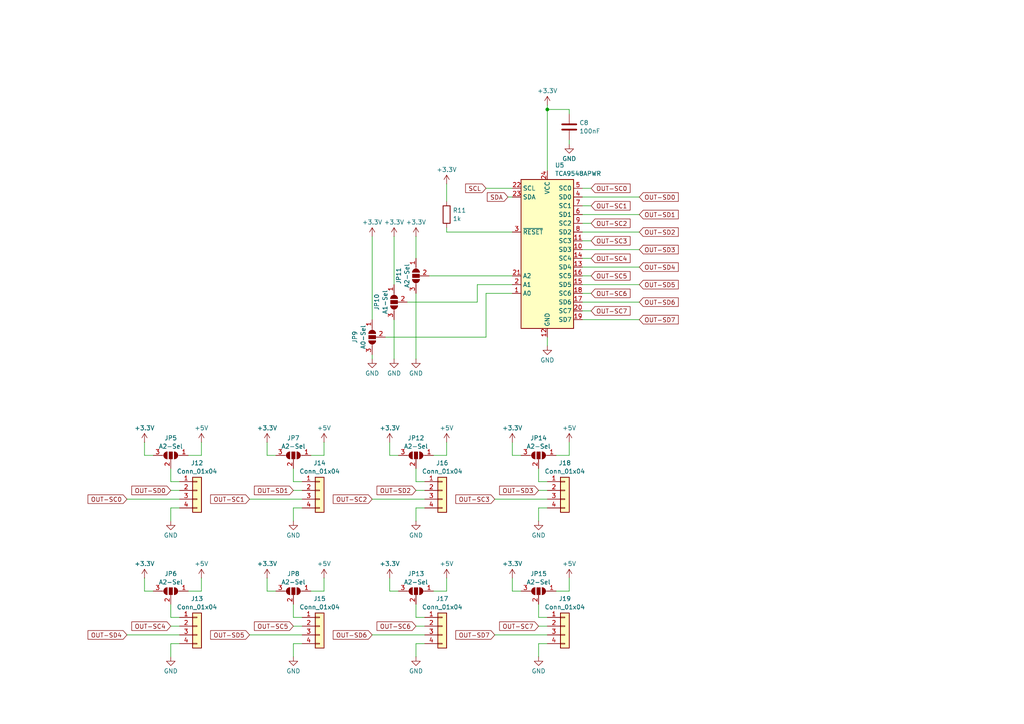
<source format=kicad_sch>
(kicad_sch (version 20231120) (generator "eeschema") (generator_version "8.0")
  (paper "A4")
  (lib_symbols
    (symbol "Connector_Generic:Conn_01x04" (pin_names (offset 1.016) hide)
      (property "Reference" "J" (at 0 5.08 0))
      (property "Value" "Conn_01x04" (at 0 -7.62 0))
      (symbol "Conn_01x04_1_1"
        (rectangle (start -1.27 -4.953) (end 0 -5.207) (stroke (width 0.1524)))
        (rectangle (start -1.27 -2.413) (end 0 -2.667) (stroke (width 0.1524)))
        (rectangle (start -1.27 0.127) (end 0 -0.127) (stroke (width 0.1524)))
        (rectangle (start -1.27 2.667) (end 0 2.413) (stroke (width 0.1524)))
        (rectangle (start -1.27 3.81) (end 1.27 -6.35) (stroke (width 0.254)) (fill (type background)))
        (pin passive line (at -5.08 2.54 0) (length 3.81) (name "Pin_1") (number "1"))
        (pin passive line (at -5.08 0 0) (length 3.81) (name "Pin_2") (number "2"))
        (pin passive line (at -5.08 -2.54 0) (length 3.81) (name "Pin_3") (number "3"))
        (pin passive line (at -5.08 -5.08 0) (length 3.81) (name "Pin_4") (number "4"))
      )
    )
    (symbol "Device:C" (pin_numbers hide) (pin_names (offset 0.254))
      (property "Reference" "C" (at 0.635 2.54 0))
      (property "Value" "C" (at 0.635 -2.54 0))
      (symbol "C_0_1"
        (polyline (pts (xy -2.032 -0.762) (xy 2.032 -0.762)) (stroke (width 0.508)))
        (polyline (pts (xy -2.032 0.762) (xy 2.032 0.762)) (stroke (width 0.508)))
      )
      (symbol "C_1_1"
        (pin passive line (at 0 3.81 270) (length 2.794) (name "~") (number "1"))
        (pin passive line (at 0 -3.81 90) (length 2.794) (name "~") (number "2"))
      )
    )
    (symbol "Device:R" (pin_numbers hide) (pin_names (offset 0))
      (property "Reference" "R" (at 2.032 0 90))
      (property "Value" "R" (at 0 0 90))
      (symbol "R_0_1"
        (rectangle (start -1.016 -2.54) (end 1.016 2.54) (stroke (width 0.254)))
      )
      (symbol "R_1_1"
        (pin passive line (at 0 3.81 270) (length 1.27) (name "~") (number "1"))
        (pin passive line (at 0 -3.81 90) (length 1.27) (name "~") (number "2"))
      )
    )
    (symbol "Interface_Expansion:TCA9548APWR"
      (property "Reference" "U" (at -7.62 21.59 0))
      (property "Value" "TCA9548APWR" (at 1.016 21.59 0))
      (symbol "TCA9548APWR_0_1"
        (rectangle (start -7.62 20.32) (end 7.62 -22.86) (stroke (width 0.254)) (fill (type background)))
      )
      (symbol "TCA9548APWR_1_1"
        (pin input line (at -10.16 -12.7 0) (length 2.54) (name "A0") (number "1"))
        (pin bidirectional line (at 10.16 0 180) (length 2.54) (name "SD3") (number "10"))
        (pin output line (at 10.16 2.54 180) (length 2.54) (name "SC3") (number "11"))
        (pin power_in line (at 0 -25.4 90) (length 2.54) (name "GND") (number "12"))
        (pin bidirectional line (at 10.16 -5.08 180) (length 2.54) (name "SD4") (number "13"))
        (pin output line (at 10.16 -2.54 180) (length 2.54) (name "SC4") (number "14"))
        (pin bidirectional line (at 10.16 -10.16 180) (length 2.54) (name "SD5") (number "15"))
        (pin output line (at 10.16 -7.62 180) (length 2.54) (name "SC5") (number "16"))
        (pin bidirectional line (at 10.16 -15.24 180) (length 2.54) (name "SD6") (number "17"))
        (pin output line (at 10.16 -12.7 180) (length 2.54) (name "SC6") (number "18"))
        (pin bidirectional line (at 10.16 -20.32 180) (length 2.54) (name "SD7") (number "19"))
        (pin input line (at -10.16 -10.16 0) (length 2.54) (name "A1") (number "2"))
        (pin output line (at 10.16 -17.78 180) (length 2.54) (name "SC7") (number "20"))
        (pin input line (at -10.16 -7.62 0) (length 2.54) (name "A2") (number "21"))
        (pin input line (at -10.16 17.78 0) (length 2.54) (name "SCL") (number "22"))
        (pin bidirectional line (at -10.16 15.24 0) (length 2.54) (name "SDA") (number "23"))
        (pin power_in line (at 0 22.86 270) (length 2.54) (name "VCC") (number "24"))
        (pin input line (at -10.16 5.08 0) (length 2.54) (name "~{RESET}") (number "3"))
        (pin bidirectional line (at 10.16 15.24 180) (length 2.54) (name "SD0") (number "4"))
        (pin output line (at 10.16 17.78 180) (length 2.54) (name "SC0") (number "5"))
        (pin bidirectional line (at 10.16 10.16 180) (length 2.54) (name "SD1") (number "6"))
        (pin output line (at 10.16 12.7 180) (length 2.54) (name "SC1") (number "7"))
        (pin bidirectional line (at 10.16 5.08 180) (length 2.54) (name "SD2") (number "8"))
        (pin output line (at 10.16 7.62 180) (length 2.54) (name "SC2") (number "9"))
      )
    )
    (symbol "Jumper:SolderJumper_3_Open" (pin_names (offset 0) hide) (exclude_from_sim yes) (in_bom no)
      (property "Reference" "JP" (at -2.54 -2.54 0))
      (property "Value" "SolderJumper_3_Open" (at 0 2.794 0))
      (symbol "SolderJumper_3_Open_0_1"
        (arc (start -1.016 1.016) (mid -2.0276 0) (end -1.016 -1.016))
        (arc (start -1.016 1.016) (mid -2.0276 0) (end -1.016 -1.016) (fill (type outline)))
        (rectangle (start -0.508 1.016) (end 0.508 -1.016) (fill (type outline)))
        (polyline (pts (xy -2.54 0) (xy -2.032 0)))
        (polyline (pts (xy -1.016 1.016) (xy -1.016 -1.016)))
        (polyline (pts (xy 0 -1.27) (xy 0 -1.016)))
        (polyline (pts (xy 1.016 1.016) (xy 1.016 -1.016)))
        (polyline (pts (xy 2.54 0) (xy 2.032 0)))
        (arc (start 1.016 -1.016) (mid 2.0276 0) (end 1.016 1.016))
        (arc (start 1.016 -1.016) (mid 2.0276 0) (end 1.016 1.016) (fill (type outline)))
      )
      (symbol "SolderJumper_3_Open_1_1"
        (pin passive line (at -5.08 0 0) (length 2.54) (name "A") (number "1"))
        (pin passive line (at 0 -3.81 90) (length 2.54) (name "C") (number "2"))
        (pin passive line (at 5.08 0 180) (length 2.54) (name "B") (number "3"))
      )
    )
    (symbol "power:+3.3V" (power) (pin_numbers hide) (pin_names (offset 0) hide)
      (property "Value" "+3.3V" (at 0 3.556 0))
      (symbol "+3.3V_0_1"
        (polyline (pts (xy -0.762 1.27) (xy 0 2.54)))
        (polyline (pts (xy 0 0) (xy 0 2.54)))
        (polyline (pts (xy 0 2.54) (xy 0.762 1.27)))
      )
      (symbol "+3.3V_1_1"
        (pin power_in line (at 0 0 90) (length 0) (name "~") (number "1"))
      )
    )
    (symbol "power:+5V" (power) (pin_numbers hide) (pin_names (offset 0) hide)
      (property "Value" "+5V" (at 0 3.556 0))
      (symbol "+5V_0_1"
        (polyline (pts (xy -0.762 1.27) (xy 0 2.54)))
        (polyline (pts (xy 0 0) (xy 0 2.54)))
        (polyline (pts (xy 0 2.54) (xy 0.762 1.27)))
      )
      (symbol "+5V_1_1"
        (pin power_in line (at 0 0 90) (length 0) (name "~") (number "1"))
      )
    )
    (symbol "power:GND" (power) (pin_numbers hide) (pin_names (offset 0) hide)
      (property "Value" "GND" (at 0 -3.81 0))
      (symbol "GND_0_1"
        (polyline (pts (xy 0 0) (xy 0 -1.27) (xy 1.27 -1.27) (xy 0 -2.54) (xy -1.27 -1.27) (xy 0 -1.27)))
      )
      (symbol "GND_1_1"
        (pin power_in line (at 0 0 270) (length 0) (name "~") (number "1"))
      )
    )
  )
  (junction (at 158.75 31.75))
  (wire (pts (xy 158.75 97.79) (xy 158.75 100.33)))
  (wire (pts (xy 129.54 132.08) (xy 129.54 128.27)))
  (wire (pts (xy 140.97 54.61) (xy 148.59 54.61)))
  (wire (pts (xy 58.42 132.08) (xy 58.42 128.27)))
  (wire (pts (xy 140.97 97.79) (xy 111.76 97.79)))
  (wire (pts (xy 165.1 171.45) (xy 165.1 167.64)))
  (wire (pts (xy 120.65 142.24) (xy 123.19 142.24)))
  (wire (pts (xy 147.32 57.15) (xy 148.59 57.15)))
  (wire (pts (xy 85.09 179.07) (xy 87.63 179.07)))
  (wire (pts (xy 90.17 171.45) (xy 93.98 171.45)))
  (wire (pts (xy 120.65 139.7) (xy 123.19 139.7)))
  (wire (pts (xy 168.91 64.77) (xy 171.45 64.77)))
  (wire (pts (xy 158.75 31.75) (xy 158.75 49.53)))
  (wire (pts (xy 85.09 147.32) (xy 85.09 151.13)))
  (wire (pts (xy 168.91 69.85) (xy 171.45 69.85)))
  (wire (pts (xy 85.09 181.61) (xy 87.63 181.61)))
  (wire (pts (xy 168.91 62.23) (xy 185.42 62.23)))
  (wire (pts (xy 41.91 167.64) (xy 41.91 171.45)))
  (wire (pts (xy 107.95 144.78) (xy 123.19 144.78)))
  (wire (pts (xy 93.98 132.08) (xy 93.98 128.27)))
  (wire (pts (xy 156.21 175.26) (xy 156.21 179.07)))
  (wire (pts (xy 49.53 135.89) (xy 49.53 139.7)))
  (wire (pts (xy 168.91 80.01) (xy 171.45 80.01)))
  (wire (pts (xy 85.09 135.89) (xy 85.09 139.7)))
  (wire (pts (xy 165.1 40.64) (xy 165.1 41.91)))
  (wire (pts (xy 120.65 85.09) (xy 120.65 104.14)))
  (wire (pts (xy 87.63 186.69) (xy 85.09 186.69)))
  (wire (pts (xy 129.54 171.45) (xy 129.54 167.64)))
  (wire (pts (xy 41.91 171.45) (xy 44.45 171.45)))
  (wire (pts (xy 114.3 92.71) (xy 114.3 104.14)))
  (wire (pts (xy 168.91 74.93) (xy 171.45 74.93)))
  (wire (pts (xy 168.91 72.39) (xy 185.42 72.39)))
  (wire (pts (xy 125.73 171.45) (xy 129.54 171.45)))
  (wire (pts (xy 36.83 184.15) (xy 52.07 184.15)))
  (wire (pts (xy 158.75 30.48) (xy 158.75 31.75)))
  (wire (pts (xy 156.21 179.07) (xy 158.75 179.07)))
  (wire (pts (xy 77.47 167.64) (xy 77.47 171.45)))
  (wire (pts (xy 148.59 82.55) (xy 138.43 82.55)))
  (wire (pts (xy 41.91 132.08) (xy 44.45 132.08)))
  (wire (pts (xy 58.42 171.45) (xy 58.42 167.64)))
  (wire (pts (xy 52.07 186.69) (xy 49.53 186.69)))
  (wire (pts (xy 148.59 167.64) (xy 148.59 171.45)))
  (wire (pts (xy 49.53 175.26) (xy 49.53 179.07)))
  (wire (pts (xy 156.21 147.32) (xy 156.21 151.13)))
  (wire (pts (xy 125.73 132.08) (xy 129.54 132.08)))
  (wire (pts (xy 156.21 135.89) (xy 156.21 139.7)))
  (wire (pts (xy 54.61 132.08) (xy 58.42 132.08)))
  (wire (pts (xy 107.95 68.58) (xy 107.95 92.71)))
  (wire (pts (xy 168.91 85.09) (xy 171.45 85.09)))
  (wire (pts (xy 41.91 128.27) (xy 41.91 132.08)))
  (wire (pts (xy 120.65 181.61) (xy 123.19 181.61)))
  (wire (pts (xy 161.29 132.08) (xy 165.1 132.08)))
  (wire (pts (xy 72.39 184.15) (xy 87.63 184.15)))
  (wire (pts (xy 158.75 147.32) (xy 156.21 147.32)))
  (wire (pts (xy 77.47 171.45) (xy 80.01 171.45)))
  (wire (pts (xy 114.3 68.58) (xy 114.3 82.55)))
  (wire (pts (xy 168.91 59.69) (xy 171.45 59.69)))
  (wire (pts (xy 85.09 139.7) (xy 87.63 139.7)))
  (wire (pts (xy 138.43 82.55) (xy 138.43 87.63)))
  (wire (pts (xy 49.53 186.69) (xy 49.53 190.5)))
  (wire (pts (xy 123.19 147.32) (xy 120.65 147.32)))
  (wire (pts (xy 143.51 184.15) (xy 158.75 184.15)))
  (wire (pts (xy 129.54 67.31) (xy 129.54 66.04)))
  (wire (pts (xy 113.03 171.45) (xy 115.57 171.45)))
  (wire (pts (xy 120.65 186.69) (xy 120.65 190.5)))
  (wire (pts (xy 120.65 68.58) (xy 120.65 74.93)))
  (wire (pts (xy 113.03 167.64) (xy 113.03 171.45)))
  (wire (pts (xy 123.19 186.69) (xy 120.65 186.69)))
  (wire (pts (xy 158.75 31.75) (xy 165.1 31.75)))
  (wire (pts (xy 168.91 67.31) (xy 185.42 67.31)))
  (wire (pts (xy 143.51 144.78) (xy 158.75 144.78)))
  (wire (pts (xy 107.95 184.15) (xy 123.19 184.15)))
  (wire (pts (xy 120.65 147.32) (xy 120.65 151.13)))
  (wire (pts (xy 168.91 54.61) (xy 171.45 54.61)))
  (wire (pts (xy 120.65 175.26) (xy 120.65 179.07)))
  (wire (pts (xy 52.07 147.32) (xy 49.53 147.32)))
  (wire (pts (xy 77.47 128.27) (xy 77.47 132.08)))
  (wire (pts (xy 168.91 77.47) (xy 185.42 77.47)))
  (wire (pts (xy 85.09 175.26) (xy 85.09 179.07)))
  (wire (pts (xy 120.65 179.07) (xy 123.19 179.07)))
  (wire (pts (xy 148.59 132.08) (xy 151.13 132.08)))
  (wire (pts (xy 49.53 179.07) (xy 52.07 179.07)))
  (wire (pts (xy 129.54 53.34) (xy 129.54 58.42)))
  (wire (pts (xy 49.53 142.24) (xy 52.07 142.24)))
  (wire (pts (xy 156.21 139.7) (xy 158.75 139.7)))
  (wire (pts (xy 165.1 132.08) (xy 165.1 128.27)))
  (wire (pts (xy 148.59 128.27) (xy 148.59 132.08)))
  (wire (pts (xy 113.03 132.08) (xy 115.57 132.08)))
  (wire (pts (xy 148.59 171.45) (xy 151.13 171.45)))
  (wire (pts (xy 168.91 90.17) (xy 171.45 90.17)))
  (wire (pts (xy 156.21 142.24) (xy 158.75 142.24)))
  (wire (pts (xy 49.53 139.7) (xy 52.07 139.7)))
  (wire (pts (xy 165.1 33.02) (xy 165.1 31.75)))
  (wire (pts (xy 124.46 80.01) (xy 148.59 80.01)))
  (wire (pts (xy 85.09 142.24) (xy 87.63 142.24)))
  (wire (pts (xy 49.53 147.32) (xy 49.53 151.13)))
  (wire (pts (xy 140.97 85.09) (xy 140.97 97.79)))
  (wire (pts (xy 158.75 186.69) (xy 156.21 186.69)))
  (wire (pts (xy 118.11 87.63) (xy 138.43 87.63)))
  (wire (pts (xy 168.91 57.15) (xy 185.42 57.15)))
  (wire (pts (xy 168.91 92.71) (xy 185.42 92.71)))
  (wire (pts (xy 93.98 171.45) (xy 93.98 167.64)))
  (wire (pts (xy 120.65 135.89) (xy 120.65 139.7)))
  (wire (pts (xy 72.39 144.78) (xy 87.63 144.78)))
  (wire (pts (xy 148.59 67.31) (xy 129.54 67.31)))
  (wire (pts (xy 85.09 186.69) (xy 85.09 190.5)))
  (wire (pts (xy 156.21 181.61) (xy 158.75 181.61)))
  (wire (pts (xy 107.95 102.87) (xy 107.95 104.14)))
  (wire (pts (xy 36.83 144.78) (xy 52.07 144.78)))
  (wire (pts (xy 168.91 87.63) (xy 185.42 87.63)))
  (wire (pts (xy 54.61 171.45) (xy 58.42 171.45)))
  (wire (pts (xy 77.47 132.08) (xy 80.01 132.08)))
  (wire (pts (xy 161.29 171.45) (xy 165.1 171.45)))
  (wire (pts (xy 156.21 186.69) (xy 156.21 190.5)))
  (wire (pts (xy 148.59 85.09) (xy 140.97 85.09)))
  (wire (pts (xy 168.91 82.55) (xy 185.42 82.55)))
  (wire (pts (xy 90.17 132.08) (xy 93.98 132.08)))
  (wire (pts (xy 87.63 147.32) (xy 85.09 147.32)))
  (wire (pts (xy 49.53 181.61) (xy 52.07 181.61)))
  (wire (pts (xy 113.03 128.27) (xy 113.03 132.08)))
  (global_label "SDA" (shape input) (at 147.32 57.15 180) (property "Intersheetrefs" "${INTERSHEET_REFS}" (effects (hide yes))))
  (global_label "OUT-SD0" (shape input) (at 185.42 57.15 0) (property "Intersheetrefs" "${INTERSHEET_REFS}" (effects (hide yes))))
  (global_label "OUT-SC3" (shape input) (at 171.45 69.85 0) (property "Intersheetrefs" "${INTERSHEET_REFS}" (effects (hide yes))))
  (global_label "OUT-SD7" (shape input) (at 143.51 184.15 180) (property "Intersheetrefs" "${INTERSHEET_REFS}" (effects (hide yes))))
  (global_label "OUT-SC5" (shape input) (at 85.09 181.61 180) (property "Intersheetrefs" "${INTERSHEET_REFS}" (effects (hide yes))))
  (global_label "OUT-SC3" (shape input) (at 143.51 144.78 180) (property "Intersheetrefs" "${INTERSHEET_REFS}" (effects (hide yes))))
  (global_label "OUT-SD6" (shape input) (at 185.42 87.63 0) (property "Intersheetrefs" "${INTERSHEET_REFS}" (effects (hide yes))))
  (global_label "OUT-SC7" (shape input) (at 171.45 90.17 0) (property "Intersheetrefs" "${INTERSHEET_REFS}" (effects (hide yes))))
  (global_label "OUT-SC2" (shape input) (at 107.95 144.78 180) (property "Intersheetrefs" "${INTERSHEET_REFS}" (effects (hide yes))))
  (global_label "OUT-SC4" (shape input) (at 49.53 181.61 180) (property "Intersheetrefs" "${INTERSHEET_REFS}" (effects (hide yes))))
  (global_label "OUT-SD5" (shape input) (at 185.42 82.55 0) (property "Intersheetrefs" "${INTERSHEET_REFS}" (effects (hide yes))))
  (global_label "OUT-SC0" (shape input) (at 171.45 54.61 0) (property "Intersheetrefs" "${INTERSHEET_REFS}" (effects (hide yes))))
  (global_label "OUT-SD1" (shape input) (at 85.09 142.24 180) (property "Intersheetrefs" "${INTERSHEET_REFS}" (effects (hide yes))))
  (global_label "OUT-SC4" (shape input) (at 171.45 74.93 0) (property "Intersheetrefs" "${INTERSHEET_REFS}" (effects (hide yes))))
  (global_label "OUT-SC7" (shape input) (at 156.21 181.61 180) (property "Intersheetrefs" "${INTERSHEET_REFS}" (effects (hide yes))))
  (global_label "OUT-SD2" (shape input) (at 185.42 67.31 0) (property "Intersheetrefs" "${INTERSHEET_REFS}" (effects (hide yes))))
  (global_label "OUT-SC5" (shape input) (at 171.45 80.01 0) (property "Intersheetrefs" "${INTERSHEET_REFS}" (effects (hide yes))))
  (global_label "OUT-SD2" (shape input) (at 120.65 142.24 180) (property "Intersheetrefs" "${INTERSHEET_REFS}" (effects (hide yes))))
  (global_label "OUT-SC2" (shape input) (at 171.45 64.77 0) (property "Intersheetrefs" "${INTERSHEET_REFS}" (effects (hide yes))))
  (global_label "OUT-SD4" (shape input) (at 36.83 184.15 180) (property "Intersheetrefs" "${INTERSHEET_REFS}" (effects (hide yes))))
  (global_label "OUT-SD6" (shape input) (at 107.95 184.15 180) (property "Intersheetrefs" "${INTERSHEET_REFS}" (effects (hide yes))))
  (global_label "OUT-SD3" (shape input) (at 156.21 142.24 180) (property "Intersheetrefs" "${INTERSHEET_REFS}" (effects (hide yes))))
  (global_label "OUT-SC6" (shape input) (at 120.65 181.61 180) (property "Intersheetrefs" "${INTERSHEET_REFS}" (effects (hide yes))))
  (global_label "OUT-SC6" (shape input) (at 171.45 85.09 0) (property "Intersheetrefs" "${INTERSHEET_REFS}" (effects (hide yes))))
  (global_label "OUT-SD4" (shape input) (at 185.42 77.47 0) (property "Intersheetrefs" "${INTERSHEET_REFS}" (effects (hide yes))))
  (global_label "SCL" (shape input) (at 140.97 54.61 180) (property "Intersheetrefs" "${INTERSHEET_REFS}" (effects (hide yes))))
  (global_label "OUT-SD1" (shape input) (at 185.42 62.23 0) (property "Intersheetrefs" "${INTERSHEET_REFS}" (effects (hide yes))))
  (global_label "OUT-SD3" (shape input) (at 185.42 72.39 0) (property "Intersheetrefs" "${INTERSHEET_REFS}" (effects (hide yes))))
  (global_label "OUT-SD5" (shape input) (at 72.39 184.15 180) (property "Intersheetrefs" "${INTERSHEET_REFS}" (effects (hide yes))))
  (global_label "OUT-SC1" (shape input) (at 171.45 59.69 0) (property "Intersheetrefs" "${INTERSHEET_REFS}" (effects (hide yes))))
  (global_label "OUT-SD0" (shape input) (at 49.53 142.24 180) (property "Intersheetrefs" "${INTERSHEET_REFS}" (effects (hide yes))))
  (global_label "OUT-SC1" (shape input) (at 72.39 144.78 180) (property "Intersheetrefs" "${INTERSHEET_REFS}" (effects (hide yes))))
  (global_label "OUT-SC0" (shape input) (at 36.83 144.78 180) (property "Intersheetrefs" "${INTERSHEET_REFS}" (effects (hide yes))))
  (global_label "OUT-SD7" (shape input) (at 185.42 92.71 0) (property "Intersheetrefs" "${INTERSHEET_REFS}" (effects (hide yes))))
  (symbol (lib_id "power:GND") (at 158.75 100.33 0) (unit 1)
    (property "Reference" "#PWR076" (effects (hide yes)))
    (property "Value" "GND" (at 158.75 104.4631 0))
    (property "Description" "Power symbol creates a global label with name \"GND\" , ground" (effects (hide yes)))
  )
  (symbol (lib_id "Device:C") (at 165.1 36.83 0) (unit 1)
    (property "Reference" "C8" (at 168.021 35.6178 0) (effects (justify left)))
    (property "Value" "100nF" (at 168.021 38.0421 0) (effects (justify left)))
    (property "Footprint" "Capacitor_SMD:C_0603_1608Metric_Pad1.08x0.95mm_HandSolder" (effects (hide yes)))
    (property "Description" "Unpolarized capacitor" (effects (hide yes)))
  )
  (symbol (lib_id "Connector_Generic:Conn_01x04") (at 163.83 181.61 0) (unit 1)
    (property "Reference" "J19" (at 163.83 173.6555 0))
    (property "Value" "Conn_01x04" (at 163.83 176.0798 0))
    (property "Footprint" "Connector_PinHeader_2.54mm:PinHeader_1x04_P2.54mm_Vertical" (effects (hide yes)))
    (property "Description" "Generic connector, single row, 01x04, script generated (kicad-library-utils/schlib/autogen/connector/)" (effects (hide yes)))
  )
  (symbol (lib_id "Interface_Expansion:TCA9548APWR") (at 158.75 72.39 0) (unit 1)
    (property "Reference" "U5" (at 160.9441 47.9255 0) (effects (justify left)))
    (property "Value" "TCA9548APWR" (at 160.9441 50.3498 0) (effects (justify left)))
    (property "Footprint" "Package_SO:TSSOP-24_4.4x7.8mm_P0.65mm" (effects (hide yes)))
    (property "Datasheet" "http://www.ti.com/lit/ds/symlink/tca9548a.pdf" (effects (hide yes)))
    (property "Description" "Low voltage 8-channel I2C switch with reset, TSSOP-24" (effects (hide yes)))
  )
  (symbol (lib_id "Jumper:SolderJumper_3_Open") (at 120.65 80.01 90) (mirror x) (unit 1) (exclude_from_sim yes) (in_bom no)
    (property "Reference" "JP11" (at 115.6165 80.01 0))
    (property "Value" "A2-Sel" (at 118.0408 80.01 0))
    (property "Footprint" "Jumper:SolderJumper-3_P1.3mm_Open_RoundedPad1.0x1.5mm_NumberLabels" (effects (hide yes)))
    (property "Description" "Solder Jumper, 3-pole, open" (effects (hide yes)))
  )
  (symbol (lib_id "Jumper:SolderJumper_3_Open") (at 49.53 171.45 0) (mirror y) (unit 1) (exclude_from_sim yes) (in_bom no)
    (property "Reference" "JP6" (at 49.53 166.4165 0))
    (property "Value" "A2-Sel" (at 49.53 168.8408 0))
    (property "Footprint" "Jumper:SolderJumper-3_P1.3mm_Open_RoundedPad1.0x1.5mm_NumberLabels" (effects (hide yes)))
    (property "Description" "Solder Jumper, 3-pole, open" (effects (hide yes)))
  )
  (symbol (lib_id "power:+5V") (at 129.54 167.64 0) (unit 1)
    (property "Reference" "#PWR070" (effects (hide yes)))
    (property "Value" "+5V" (at 129.54 163.5069 0))
    (property "Description" "Power symbol creates a global label with name \"+5V\"" (effects (hide yes)))
  )
  (symbol (lib_id "Jumper:SolderJumper_3_Open") (at 114.3 87.63 90) (mirror x) (unit 1) (exclude_from_sim yes) (in_bom no)
    (property "Reference" "JP10" (at 109.2665 87.63 0))
    (property "Value" "A1-Sel" (at 111.6908 87.63 0))
    (property "Footprint" "Jumper:SolderJumper-3_P1.3mm_Open_RoundedPad1.0x1.5mm_NumberLabels" (effects (hide yes)))
    (property "Description" "Solder Jumper, 3-pole, open" (effects (hide yes)))
  )
  (symbol (lib_id "power:GND") (at 165.1 41.91 0) (unit 1)
    (property "Reference" "#PWR077" (effects (hide yes)))
    (property "Value" "GND" (at 165.1 46.0431 0))
    (property "Description" "Power symbol creates a global label with name \"GND\" , ground" (effects (hide yes)))
  )
  (symbol (lib_id "power:+3.3V") (at 77.47 128.27 0) (unit 1)
    (property "Reference" "#PWR052" (effects (hide yes)))
    (property "Value" "+3.3V" (at 77.47 124.1369 0))
    (property "Description" "Power symbol creates a global label with name \"+3.3V\"" (effects (hide yes)))
  )
  (symbol (lib_id "power:GND") (at 114.3 104.14 0) (unit 1)
    (property "Reference" "#PWR063" (effects (hide yes)))
    (property "Value" "GND" (at 114.3 108.2731 0))
    (property "Description" "Power symbol creates a global label with name \"GND\" , ground" (effects (hide yes)))
  )
  (symbol (lib_id "power:+5V") (at 58.42 128.27 0) (unit 1)
    (property "Reference" "#PWR050" (effects (hide yes)))
    (property "Value" "+5V" (at 58.42 124.1369 0))
    (property "Description" "Power symbol creates a global label with name \"+5V\"" (effects (hide yes)))
  )
  (symbol (lib_id "power:+3.3V") (at 148.59 128.27 0) (unit 1)
    (property "Reference" "#PWR071" (effects (hide yes)))
    (property "Value" "+3.3V" (at 148.59 124.1369 0))
    (property "Description" "Power symbol creates a global label with name \"+3.3V\"" (effects (hide yes)))
  )
  (symbol (lib_id "power:GND") (at 120.65 190.5 0) (unit 1)
    (property "Reference" "#PWR067" (effects (hide yes)))
    (property "Value" "GND" (at 120.65 194.6331 0))
    (property "Description" "Power symbol creates a global label with name \"GND\" , ground" (effects (hide yes)))
  )
  (symbol (lib_id "power:+5V") (at 165.1 167.64 0) (unit 1)
    (property "Reference" "#PWR079" (effects (hide yes)))
    (property "Value" "+5V" (at 165.1 163.5069 0))
    (property "Description" "Power symbol creates a global label with name \"+5V\"" (effects (hide yes)))
  )
  (symbol (lib_id "power:GND") (at 156.21 190.5 0) (unit 1)
    (property "Reference" "#PWR074" (effects (hide yes)))
    (property "Value" "GND" (at 156.21 194.6331 0))
    (property "Description" "Power symbol creates a global label with name \"GND\" , ground" (effects (hide yes)))
  )
  (symbol (lib_id "Connector_Generic:Conn_01x04") (at 57.15 142.24 0) (unit 1)
    (property "Reference" "J12" (at 57.15 134.2855 0))
    (property "Value" "Conn_01x04" (at 57.15 136.7098 0))
    (property "Footprint" "spta:SPTA-1-4-3,5" (effects (hide yes)))
    (property "Description" "Generic connector, single row, 01x04, script generated (kicad-library-utils/schlib/autogen/connector/)" (effects (hide yes)))
  )
  (symbol (lib_id "power:+3.3V") (at 158.75 30.48 0) (unit 1)
    (property "Reference" "#PWR075" (effects (hide yes)))
    (property "Value" "+3.3V" (at 158.75 26.3469 0))
    (property "Description" "Power symbol creates a global label with name \"+3.3V\"" (effects (hide yes)))
  )
  (symbol (lib_id "power:+5V") (at 165.1 128.27 0) (unit 1)
    (property "Reference" "#PWR078" (effects (hide yes)))
    (property "Value" "+5V" (at 165.1 124.1369 0))
    (property "Description" "Power symbol creates a global label with name \"+5V\"" (effects (hide yes)))
  )
  (symbol (lib_id "power:+3.3V") (at 148.59 167.64 0) (unit 1)
    (property "Reference" "#PWR072" (effects (hide yes)))
    (property "Value" "+3.3V" (at 148.59 163.5069 0))
    (property "Description" "Power symbol creates a global label with name \"+3.3V\"" (effects (hide yes)))
  )
  (symbol (lib_id "power:GND") (at 120.65 151.13 0) (unit 1)
    (property "Reference" "#PWR066" (effects (hide yes)))
    (property "Value" "GND" (at 120.65 155.2631 0))
    (property "Description" "Power symbol creates a global label with name \"GND\" , ground" (effects (hide yes)))
  )
  (symbol (lib_id "power:GND") (at 49.53 190.5 0) (unit 1)
    (property "Reference" "#PWR049" (effects (hide yes)))
    (property "Value" "GND" (at 49.53 194.6331 0))
    (property "Description" "Power symbol creates a global label with name \"GND\" , ground" (effects (hide yes)))
  )
  (symbol (lib_id "Device:R") (at 129.54 62.23 0) (unit 1)
    (property "Reference" "R11" (at 131.318 61.0178 0) (effects (justify left)))
    (property "Value" "1k" (at 131.318 63.4421 0) (effects (justify left)))
    (property "Footprint" "Resistor_SMD:R_0603_1608Metric_Pad0.98x0.95mm_HandSolder" (effects (hide yes)))
    (property "Description" "Resistor" (effects (hide yes)))
  )
  (symbol (lib_id "power:+3.3V") (at 41.91 167.64 0) (unit 1)
    (property "Reference" "#PWR047" (effects (hide yes)))
    (property "Value" "+3.3V" (at 41.91 163.5069 0))
    (property "Description" "Power symbol creates a global label with name \"+3.3V\"" (effects (hide yes)))
  )
  (symbol (lib_id "power:+3.3V") (at 113.03 167.64 0) (unit 1)
    (property "Reference" "#PWR061" (effects (hide yes)))
    (property "Value" "+3.3V" (at 113.03 163.5069 0))
    (property "Description" "Power symbol creates a global label with name \"+3.3V\"" (effects (hide yes)))
  )
  (symbol (lib_id "Jumper:SolderJumper_3_Open") (at 107.95 97.79 90) (mirror x) (unit 1) (exclude_from_sim yes) (in_bom no)
    (property "Reference" "JP9" (at 102.9165 97.79 0))
    (property "Value" "A0-Sel" (at 105.3408 97.79 0))
    (property "Footprint" "Jumper:SolderJumper-3_P1.3mm_Open_RoundedPad1.0x1.5mm_NumberLabels" (effects (hide yes)))
    (property "Description" "Solder Jumper, 3-pole, open" (effects (hide yes)))
  )
  (symbol (lib_id "power:GND") (at 85.09 190.5 0) (unit 1)
    (property "Reference" "#PWR055" (effects (hide yes)))
    (property "Value" "GND" (at 85.09 194.6331 0))
    (property "Description" "Power symbol creates a global label with name \"GND\" , ground" (effects (hide yes)))
  )
  (symbol (lib_id "Connector_Generic:Conn_01x04") (at 128.27 181.61 0) (unit 1)
    (property "Reference" "J17" (at 128.27 173.6555 0))
    (property "Value" "Conn_01x04" (at 128.27 176.0798 0))
    (property "Footprint" "Connector_PinHeader_2.54mm:PinHeader_1x04_P2.54mm_Vertical" (effects (hide yes)))
    (property "Description" "Generic connector, single row, 01x04, script generated (kicad-library-utils/schlib/autogen/connector/)" (effects (hide yes)))
  )
  (symbol (lib_id "power:+3.3V") (at 120.65 68.58 0) (unit 1)
    (property "Reference" "#PWR064" (effects (hide yes)))
    (property "Value" "+3.3V" (at 120.65 64.4469 0))
    (property "Description" "Power symbol creates a global label with name \"+3.3V\"" (effects (hide yes)))
  )
  (symbol (lib_id "power:+5V") (at 93.98 128.27 0) (unit 1)
    (property "Reference" "#PWR056" (effects (hide yes)))
    (property "Value" "+5V" (at 93.98 124.1369 0))
    (property "Description" "Power symbol creates a global label with name \"+5V\"" (effects (hide yes)))
  )
  (symbol (lib_id "Jumper:SolderJumper_3_Open") (at 85.09 171.45 0) (mirror y) (unit 1) (exclude_from_sim yes) (in_bom no)
    (property "Reference" "JP8" (at 85.09 166.4165 0))
    (property "Value" "A2-Sel" (at 85.09 168.8408 0))
    (property "Footprint" "Jumper:SolderJumper-3_P1.3mm_Open_RoundedPad1.0x1.5mm_NumberLabels" (effects (hide yes)))
    (property "Description" "Solder Jumper, 3-pole, open" (effects (hide yes)))
  )
  (symbol (lib_id "Connector_Generic:Conn_01x04") (at 57.15 181.61 0) (unit 1)
    (property "Reference" "J13" (at 57.15 173.6555 0))
    (property "Value" "Conn_01x04" (at 57.15 176.0798 0))
    (property "Footprint" "Connector_PinHeader_2.54mm:PinHeader_1x04_P2.54mm_Vertical" (effects (hide yes)))
    (property "Description" "Generic connector, single row, 01x04, script generated (kicad-library-utils/schlib/autogen/connector/)" (effects (hide yes)))
  )
  (symbol (lib_id "power:GND") (at 49.53 151.13 0) (unit 1)
    (property "Reference" "#PWR048" (effects (hide yes)))
    (property "Value" "GND" (at 49.53 155.2631 0))
    (property "Description" "Power symbol creates a global label with name \"GND\" , ground" (effects (hide yes)))
  )
  (symbol (lib_id "Jumper:SolderJumper_3_Open") (at 120.65 171.45 0) (mirror y) (unit 1) (exclude_from_sim yes) (in_bom no)
    (property "Reference" "JP13" (at 120.65 166.4165 0))
    (property "Value" "A2-Sel" (at 120.65 168.8408 0))
    (property "Footprint" "Jumper:SolderJumper-3_P1.3mm_Open_RoundedPad1.0x1.5mm_NumberLabels" (effects (hide yes)))
    (property "Description" "Solder Jumper, 3-pole, open" (effects (hide yes)))
  )
  (symbol (lib_id "power:+3.3V") (at 107.95 68.58 0) (unit 1)
    (property "Reference" "#PWR058" (effects (hide yes)))
    (property "Value" "+3.3V" (at 107.95 64.4469 0))
    (property "Description" "Power symbol creates a global label with name \"+3.3V\"" (effects (hide yes)))
  )
  (symbol (lib_id "power:+3.3V") (at 77.47 167.64 0) (unit 1)
    (property "Reference" "#PWR053" (effects (hide yes)))
    (property "Value" "+3.3V" (at 77.47 163.5069 0))
    (property "Description" "Power symbol creates a global label with name \"+3.3V\"" (effects (hide yes)))
  )
  (symbol (lib_id "power:+5V") (at 58.42 167.64 0) (unit 1)
    (property "Reference" "#PWR051" (effects (hide yes)))
    (property "Value" "+5V" (at 58.42 163.5069 0))
    (property "Description" "Power symbol creates a global label with name \"+5V\"" (effects (hide yes)))
  )
  (symbol (lib_id "Connector_Generic:Conn_01x04") (at 92.71 181.61 0) (unit 1)
    (property "Reference" "J15" (at 92.71 173.6555 0))
    (property "Value" "Conn_01x04" (at 92.71 176.0798 0))
    (property "Footprint" "Connector_PinHeader_2.54mm:PinHeader_1x04_P2.54mm_Vertical" (effects (hide yes)))
    (property "Description" "Generic connector, single row, 01x04, script generated (kicad-library-utils/schlib/autogen/connector/)" (effects (hide yes)))
  )
  (symbol (lib_id "power:GND") (at 156.21 151.13 0) (unit 1)
    (property "Reference" "#PWR073" (effects (hide yes)))
    (property "Value" "GND" (at 156.21 155.2631 0))
    (property "Description" "Power symbol creates a global label with name \"GND\" , ground" (effects (hide yes)))
  )
  (symbol (lib_id "power:GND") (at 85.09 151.13 0) (unit 1)
    (property "Reference" "#PWR054" (effects (hide yes)))
    (property "Value" "GND" (at 85.09 155.2631 0))
    (property "Description" "Power symbol creates a global label with name \"GND\" , ground" (effects (hide yes)))
  )
  (symbol (lib_id "power:+3.3V") (at 114.3 68.58 0) (unit 1)
    (property "Reference" "#PWR062" (effects (hide yes)))
    (property "Value" "+3.3V" (at 114.3 64.4469 0))
    (property "Description" "Power symbol creates a global label with name \"+3.3V\"" (effects (hide yes)))
  )
  (symbol (lib_id "power:+3.3V") (at 129.54 53.34 0) (unit 1)
    (property "Reference" "#PWR068" (effects (hide yes)))
    (property "Value" "+3.3V" (at 129.54 49.2069 0))
    (property "Description" "Power symbol creates a global label with name \"+3.3V\"" (effects (hide yes)))
  )
  (symbol (lib_id "power:+5V") (at 93.98 167.64 0) (unit 1)
    (property "Reference" "#PWR057" (effects (hide yes)))
    (property "Value" "+5V" (at 93.98 163.5069 0))
    (property "Description" "Power symbol creates a global label with name \"+5V\"" (effects (hide yes)))
  )
  (symbol (lib_id "Connector_Generic:Conn_01x04") (at 163.83 142.24 0) (unit 1)
    (property "Reference" "J18" (at 163.83 134.2855 0))
    (property "Value" "Conn_01x04" (at 163.83 136.7098 0))
    (property "Footprint" "spta:SPTA-1-4-3,5" (effects (hide yes)))
    (property "Description" "Generic connector, single row, 01x04, script generated (kicad-library-utils/schlib/autogen/connector/)" (effects (hide yes)))
  )
  (symbol (lib_id "power:GND") (at 120.65 104.14 0) (unit 1)
    (property "Reference" "#PWR065" (effects (hide yes)))
    (property "Value" "GND" (at 120.65 108.2731 0))
    (property "Description" "Power symbol creates a global label with name \"GND\" , ground" (effects (hide yes)))
  )
  (symbol (lib_id "power:GND") (at 107.95 104.14 0) (unit 1)
    (property "Reference" "#PWR059" (effects (hide yes)))
    (property "Value" "GND" (at 107.95 108.2731 0))
    (property "Description" "Power symbol creates a global label with name \"GND\" , ground" (effects (hide yes)))
  )
  (symbol (lib_id "Jumper:SolderJumper_3_Open") (at 120.65 132.08 0) (mirror y) (unit 1) (exclude_from_sim yes) (in_bom no)
    (property "Reference" "JP12" (at 120.65 127.0465 0))
    (property "Value" "A2-Sel" (at 120.65 129.4708 0))
    (property "Footprint" "Jumper:SolderJumper-3_P1.3mm_Open_RoundedPad1.0x1.5mm_NumberLabels" (effects (hide yes)))
    (property "Description" "Solder Jumper, 3-pole, open" (effects (hide yes)))
  )
  (symbol (lib_id "Jumper:SolderJumper_3_Open") (at 49.53 132.08 0) (mirror y) (unit 1) (exclude_from_sim yes) (in_bom no)
    (property "Reference" "JP5" (at 49.53 127.0465 0))
    (property "Value" "A2-Sel" (at 49.53 129.4708 0))
    (property "Footprint" "Jumper:SolderJumper-3_P1.3mm_Open_RoundedPad1.0x1.5mm_NumberLabels" (effects (hide yes)))
    (property "Description" "Solder Jumper, 3-pole, open" (effects (hide yes)))
  )
  (symbol (lib_id "power:+3.3V") (at 113.03 128.27 0) (unit 1)
    (property "Reference" "#PWR060" (effects (hide yes)))
    (property "Value" "+3.3V" (at 113.03 124.1369 0))
    (property "Description" "Power symbol creates a global label with name \"+3.3V\"" (effects (hide yes)))
  )
  (symbol (lib_id "Jumper:SolderJumper_3_Open") (at 156.21 171.45 0) (mirror y) (unit 1) (exclude_from_sim yes) (in_bom no)
    (property "Reference" "JP15" (at 156.21 166.4165 0))
    (property "Value" "A2-Sel" (at 156.21 168.8408 0))
    (property "Footprint" "Jumper:SolderJumper-3_P1.3mm_Open_RoundedPad1.0x1.5mm_NumberLabels" (effects (hide yes)))
    (property "Description" "Solder Jumper, 3-pole, open" (effects (hide yes)))
  )
  (symbol (lib_id "power:+3.3V") (at 41.91 128.27 0) (unit 1)
    (property "Reference" "#PWR046" (effects (hide yes)))
    (property "Value" "+3.3V" (at 41.91 124.1369 0))
    (property "Description" "Power symbol creates a global label with name \"+3.3V\"" (effects (hide yes)))
  )
  (symbol (lib_id "Jumper:SolderJumper_3_Open") (at 156.21 132.08 0) (mirror y) (unit 1) (exclude_from_sim yes) (in_bom no)
    (property "Reference" "JP14" (at 156.21 127.0465 0))
    (property "Value" "A2-Sel" (at 156.21 129.4708 0))
    (property "Footprint" "Jumper:SolderJumper-3_P1.3mm_Open_RoundedPad1.0x1.5mm_NumberLabels" (effects (hide yes)))
    (property "Description" "Solder Jumper, 3-pole, open" (effects (hide yes)))
  )
  (symbol (lib_id "Jumper:SolderJumper_3_Open") (at 85.09 132.08 0) (mirror y) (unit 1) (exclude_from_sim yes) (in_bom no)
    (property "Reference" "JP7" (at 85.09 127.0465 0))
    (property "Value" "A2-Sel" (at 85.09 129.4708 0))
    (property "Footprint" "Jumper:SolderJumper-3_P1.3mm_Open_RoundedPad1.0x1.5mm_NumberLabels" (effects (hide yes)))
    (property "Description" "Solder Jumper, 3-pole, open" (effects (hide yes)))
  )
  (symbol (lib_id "Connector_Generic:Conn_01x04") (at 92.71 142.24 0) (unit 1)
    (property "Reference" "J14" (at 92.71 134.2855 0))
    (property "Value" "Conn_01x04" (at 92.71 136.7098 0))
    (property "Footprint" "spta:SPTA-1-4-3,5" (effects (hide yes)))
    (property "Description" "Generic connector, single row, 01x04, script generated (kicad-library-utils/schlib/autogen/connector/)" (effects (hide yes)))
  )
  (symbol (lib_id "Connector_Generic:Conn_01x04") (at 128.27 142.24 0) (unit 1)
    (property "Reference" "J16" (at 128.27 134.2855 0))
    (property "Value" "Conn_01x04" (at 128.27 136.7098 0))
    (property "Footprint" "spta:SPTA-1-4-3,5" (effects (hide yes)))
    (property "Description" "Generic connector, single row, 01x04, script generated (kicad-library-utils/schlib/autogen/connector/)" (effects (hide yes)))
  )
  (symbol (lib_id "power:+5V") (at 129.54 128.27 0) (unit 1)
    (property "Reference" "#PWR069" (effects (hide yes)))
    (property "Value" "+5V" (at 129.54 124.1369 0))
    (property "Description" "Power symbol creates a global label with name \"+5V\"" (effects (hide yes)))
  )
)
</source>
